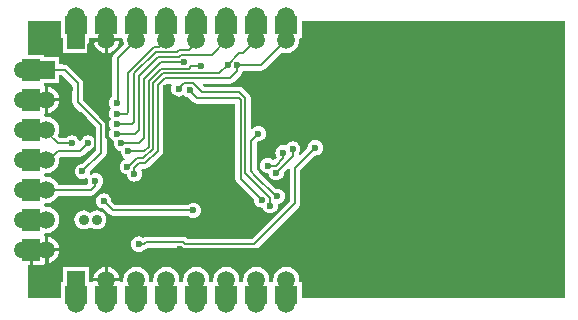
<source format=gbl>
G04*
G04 #@! TF.GenerationSoftware,Altium Limited,Altium Designer,18.1.6 (161)*
G04*
G04 Layer_Physical_Order=2*
G04 Layer_Color=16711680*
%FSLAX44Y44*%
%MOMM*%
G71*
G01*
G75*
%ADD11C,0.2000*%
%ADD15R,1.9000X1.5000*%
%ADD16R,1.5000X1.9000*%
%ADD57C,0.3000*%
%ADD60C,1.5000*%
%ADD61R,1.5000X1.5000*%
%ADD62R,1.5000X1.5000*%
%ADD63C,0.9000*%
%ADD64C,0.6000*%
%ADD65R,5.8652X5.9032*%
%ADD66R,1.9000X1.9000*%
G36*
X459412Y4588D02*
X236600D01*
Y18700D01*
X235460D01*
X234623Y19655D01*
X234695Y20200D01*
X234317Y23072D01*
X233209Y25747D01*
X231445Y28045D01*
X229147Y29808D01*
X226472Y30917D01*
X223600Y31295D01*
X220728Y30917D01*
X218053Y29808D01*
X215755Y28045D01*
X213992Y25747D01*
X212883Y23072D01*
X212505Y20200D01*
X212577Y19655D01*
X211740Y18700D01*
X210061D01*
X209223Y19655D01*
X209295Y20200D01*
X208917Y23072D01*
X207808Y25747D01*
X206045Y28045D01*
X203748Y29808D01*
X201072Y30917D01*
X198200Y31295D01*
X195328Y30917D01*
X192652Y29808D01*
X190355Y28045D01*
X188591Y25747D01*
X187483Y23072D01*
X187105Y20200D01*
X187177Y19655D01*
X186339Y18700D01*
X184660D01*
X183823Y19655D01*
X183895Y20200D01*
X183517Y23072D01*
X182409Y25747D01*
X180645Y28045D01*
X178347Y29808D01*
X175672Y30917D01*
X172800Y31295D01*
X169928Y30917D01*
X167253Y29808D01*
X164955Y28045D01*
X163192Y25747D01*
X162083Y23072D01*
X161705Y20200D01*
X161777Y19655D01*
X160940Y18700D01*
X159261D01*
X158423Y19655D01*
X158495Y20200D01*
X158117Y23072D01*
X157008Y25747D01*
X155245Y28045D01*
X152948Y29808D01*
X150272Y30917D01*
X147400Y31295D01*
X144528Y30917D01*
X141853Y29808D01*
X139555Y28045D01*
X137792Y25747D01*
X136683Y23072D01*
X136305Y20200D01*
X136377Y19655D01*
X135540Y18700D01*
X133861D01*
X133023Y19655D01*
X133095Y20200D01*
X132717Y23072D01*
X131608Y25747D01*
X129845Y28045D01*
X127548Y29808D01*
X124872Y30917D01*
X122000Y31295D01*
X119128Y30917D01*
X116453Y29808D01*
X114155Y28045D01*
X112392Y25747D01*
X111283Y23072D01*
X110905Y20200D01*
X110977Y19655D01*
X110140Y18700D01*
X108461D01*
X107623Y19655D01*
X107695Y20200D01*
X107317Y23072D01*
X106208Y25747D01*
X104445Y28045D01*
X102148Y29808D01*
X99472Y30917D01*
X96600Y31295D01*
X93728Y30917D01*
X91053Y29808D01*
X88755Y28045D01*
X86992Y25747D01*
X85883Y23072D01*
X85505Y20200D01*
X85577Y19655D01*
X84740Y18700D01*
X83061D01*
X82841Y18950D01*
X59559D01*
X59339Y18700D01*
X56800D01*
Y31200D01*
X34800D01*
Y18700D01*
X32800D01*
Y4588D01*
X4588D01*
Y32600D01*
X6650D01*
Y45600D01*
X9150D01*
Y32600D01*
X18900D01*
Y33740D01*
X19150Y33959D01*
Y45600D01*
Y57241D01*
X18900Y57460D01*
Y59139D01*
X19855Y59977D01*
X20400Y59905D01*
X23272Y60283D01*
X25947Y61392D01*
X28245Y63155D01*
X30008Y65452D01*
X31117Y68128D01*
X31495Y71000D01*
X31117Y73872D01*
X30008Y76547D01*
X28245Y78845D01*
X25947Y80609D01*
X23272Y81717D01*
X20400Y82095D01*
X19855Y82023D01*
X18900Y82860D01*
Y84539D01*
X19855Y85377D01*
X20400Y85305D01*
X23272Y85683D01*
X25947Y86791D01*
X28245Y88555D01*
X30008Y90852D01*
X30240Y91412D01*
X58000D01*
X59756Y91761D01*
X61244Y92756D01*
X65244Y96756D01*
X66239Y98244D01*
X66430Y99206D01*
X66636Y99364D01*
X67678Y100722D01*
X68333Y102303D01*
X68556Y104000D01*
X68333Y105697D01*
X67678Y107278D01*
X66636Y108636D01*
X65278Y109678D01*
X63697Y110333D01*
X62000Y110556D01*
X60303Y110333D01*
X58722Y109678D01*
X58321Y109370D01*
X57278Y110170D01*
X57333Y110303D01*
X57556Y112000D01*
X57548Y112060D01*
X70244Y124756D01*
X71239Y126244D01*
X71588Y128000D01*
Y151000D01*
X71239Y152756D01*
X70244Y154244D01*
X51588Y172901D01*
Y187000D01*
X51239Y188756D01*
X50244Y190244D01*
X39244Y201244D01*
X37756Y202239D01*
X36000Y202588D01*
X31400D01*
Y209000D01*
X18900D01*
Y211000D01*
X4588D01*
Y239412D01*
X32800D01*
Y224900D01*
X34800D01*
Y212400D01*
X56800D01*
Y224900D01*
X59339D01*
X59559Y224650D01*
X82841D01*
X83061Y224900D01*
X84740D01*
X85577Y223945D01*
X85505Y223400D01*
X85883Y220528D01*
X86280Y219569D01*
X77756Y211044D01*
X76761Y209556D01*
X76412Y207800D01*
Y175439D01*
X75364Y174635D01*
X74322Y173278D01*
X73667Y171696D01*
X73444Y170000D01*
X73667Y168303D01*
X74322Y166722D01*
X75260Y165500D01*
X74322Y164278D01*
X73667Y162697D01*
X73444Y161000D01*
X73667Y159303D01*
X74322Y157722D01*
X75260Y156500D01*
X74322Y155278D01*
X73667Y153696D01*
X73444Y152000D01*
X73667Y150303D01*
X74322Y148722D01*
X74975Y147871D01*
X74322Y147021D01*
X73667Y145440D01*
X73444Y143743D01*
X73667Y142046D01*
X74322Y140465D01*
X75364Y139107D01*
X76722Y138065D01*
X77664Y137675D01*
X77444Y136000D01*
X77667Y134303D01*
X78322Y132722D01*
X79364Y131364D01*
X80722Y130322D01*
X82303Y129667D01*
X83511Y129508D01*
X83444Y129000D01*
X83667Y127303D01*
X84322Y125722D01*
X85364Y124364D01*
X86600Y123416D01*
X86661Y122864D01*
X86548Y122020D01*
X85722Y121678D01*
X84364Y120636D01*
X83322Y119278D01*
X82668Y117697D01*
X82444Y116000D01*
X82668Y114303D01*
X83322Y112722D01*
X84364Y111364D01*
X85722Y110322D01*
X87303Y109667D01*
X88509Y109509D01*
X88667Y108303D01*
X89322Y106722D01*
X90364Y105364D01*
X91722Y104322D01*
X93303Y103667D01*
X95000Y103444D01*
X96697Y103667D01*
X98278Y104322D01*
X99636Y105364D01*
X100678Y106722D01*
X101333Y108303D01*
X101556Y110000D01*
X101333Y111697D01*
X100700Y113225D01*
X100808Y113480D01*
X101409Y114412D01*
X104314D01*
X106069Y114761D01*
X107558Y115756D01*
X118244Y126442D01*
X119239Y127930D01*
X119588Y129686D01*
Y183099D01*
X122900Y186412D01*
X126278D01*
X126412Y186140D01*
X126781Y185142D01*
X126182Y183697D01*
X125959Y182000D01*
X126182Y180303D01*
X126837Y178722D01*
X127879Y177364D01*
X129237Y176322D01*
X130818Y175667D01*
X132515Y175444D01*
X134212Y175667D01*
X135793Y176322D01*
X136802Y177097D01*
X137364Y176364D01*
X138722Y175322D01*
X140303Y174667D01*
X140926Y174585D01*
X144834Y170677D01*
X146323Y169683D01*
X148078Y169333D01*
X180412D01*
Y106000D01*
X180761Y104244D01*
X181756Y102756D01*
X196452Y88060D01*
X196444Y88000D01*
X196667Y86303D01*
X197322Y84722D01*
X198364Y83364D01*
X199722Y82322D01*
X201303Y81667D01*
X203000Y81444D01*
X203638Y81528D01*
X203667Y81303D01*
X204322Y79722D01*
X205364Y78364D01*
X206722Y77322D01*
X208303Y76667D01*
X210000Y76444D01*
X211697Y76667D01*
X213278Y77322D01*
X214636Y78364D01*
X215678Y79722D01*
X216333Y81303D01*
X216556Y83000D01*
X216360Y84491D01*
X217697Y84667D01*
X219278Y85322D01*
X220636Y86364D01*
X221678Y87722D01*
X222333Y89303D01*
X222556Y91000D01*
X222333Y92697D01*
X221678Y94278D01*
X220636Y95636D01*
X219278Y96678D01*
X217697Y97333D01*
X216000Y97556D01*
X215057Y97432D01*
X200759Y111729D01*
X200759Y111730D01*
X198588Y113900D01*
Y136100D01*
X199940Y137452D01*
X200000Y137444D01*
X201697Y137667D01*
X203278Y138322D01*
X204636Y139364D01*
X205678Y140722D01*
X206333Y142303D01*
X206556Y144000D01*
X206333Y145697D01*
X205678Y147278D01*
X204636Y148636D01*
X203278Y149678D01*
X201697Y150333D01*
X200000Y150556D01*
X198303Y150333D01*
X196722Y149678D01*
X195364Y148636D01*
X194858Y147976D01*
X193588Y148407D01*
Y174000D01*
X193239Y175756D01*
X192244Y177244D01*
X187244Y182244D01*
X185756Y183239D01*
X184000Y183588D01*
X154386D01*
X152735Y185238D01*
X153221Y186412D01*
X176000D01*
X177756Y186761D01*
X179244Y187756D01*
X185244Y193756D01*
X186239Y195244D01*
X186588Y197000D01*
Y197328D01*
X186636Y197364D01*
X186672Y197412D01*
X202200D01*
X203956Y197761D01*
X205444Y198756D01*
X219769Y213081D01*
X220728Y212683D01*
X223600Y212305D01*
X226472Y212683D01*
X229147Y213792D01*
X231445Y215555D01*
X233209Y217852D01*
X234317Y220528D01*
X234695Y223400D01*
X234623Y223945D01*
X235460Y224900D01*
X236600D01*
Y239412D01*
X459412D01*
Y4588D01*
D02*
G37*
G36*
X42412Y185100D02*
Y171000D01*
X42761Y169244D01*
X43756Y167756D01*
X62412Y149100D01*
Y140407D01*
X61142Y139976D01*
X60636Y140636D01*
X59278Y141678D01*
X57697Y142333D01*
X56000Y142556D01*
X54303Y142333D01*
X52722Y141678D01*
X51364Y140636D01*
X50322Y139278D01*
X49667Y137697D01*
X49640Y137493D01*
X48359D01*
X48333Y137697D01*
X47678Y139278D01*
X46636Y140636D01*
X45278Y141678D01*
X43697Y142333D01*
X42000Y142556D01*
X40303Y142333D01*
X38722Y141678D01*
X37364Y140636D01*
X37328Y140588D01*
X31900D01*
X30251Y142238D01*
X31117Y144328D01*
X31495Y147200D01*
X31117Y150072D01*
X30008Y152747D01*
X28245Y155045D01*
X25947Y156809D01*
X23272Y157917D01*
X20400Y158295D01*
X19855Y158223D01*
X18900Y159060D01*
Y160739D01*
X19150Y160959D01*
Y172600D01*
Y184241D01*
X18900Y184461D01*
Y187000D01*
X31400D01*
Y193412D01*
X34100D01*
X42412Y185100D01*
D02*
G37*
G36*
X62412Y131593D02*
Y129901D01*
X51060Y118548D01*
X51000Y118556D01*
X49303Y118333D01*
X47722Y117678D01*
X46364Y116636D01*
X45322Y115278D01*
X44667Y113697D01*
X44444Y112000D01*
X44667Y110303D01*
X45322Y108722D01*
X46364Y107364D01*
X47722Y106322D01*
X49303Y105667D01*
X51000Y105444D01*
X52697Y105667D01*
X54278Y106322D01*
X54679Y106630D01*
X55722Y105830D01*
X55667Y105697D01*
X55444Y104000D01*
X55667Y102303D01*
X55852Y101858D01*
X55003Y100588D01*
X30571D01*
X30008Y101947D01*
X28245Y104245D01*
X25947Y106009D01*
X23272Y107117D01*
X20400Y107495D01*
X19855Y107423D01*
X18900Y108260D01*
Y109939D01*
X19855Y110777D01*
X20400Y110705D01*
X23272Y111083D01*
X25947Y112191D01*
X28245Y113955D01*
X30008Y116252D01*
X31117Y118928D01*
X31495Y121800D01*
X31285Y123397D01*
X32211Y124412D01*
X49000D01*
X50756Y124761D01*
X52244Y125756D01*
X55940Y129452D01*
X56000Y129444D01*
X57697Y129667D01*
X59278Y130322D01*
X60636Y131364D01*
X61142Y132024D01*
X62412Y131593D01*
D02*
G37*
%LPC*%
G36*
X82130Y222150D02*
X72450D01*
Y212470D01*
X74072Y212683D01*
X76747Y213792D01*
X79045Y215555D01*
X80808Y217852D01*
X81917Y220528D01*
X82130Y222150D01*
D02*
G37*
G36*
X69950D02*
X60270D01*
X60483Y220528D01*
X61592Y217852D01*
X63355Y215555D01*
X65652Y213792D01*
X68328Y212683D01*
X69950Y212470D01*
Y222150D01*
D02*
G37*
G36*
X248000Y138556D02*
X246303Y138333D01*
X244722Y137678D01*
X243364Y136636D01*
X242322Y135278D01*
X241667Y133697D01*
X241444Y132000D01*
X241452Y131940D01*
X235645Y126133D01*
X234250Y126535D01*
X234139Y127020D01*
X234678Y127722D01*
X235333Y129303D01*
X235556Y131000D01*
X235333Y132697D01*
X234678Y134278D01*
X233636Y135636D01*
X232278Y136678D01*
X230697Y137333D01*
X229000Y137556D01*
X227303Y137333D01*
X225722Y136678D01*
X224364Y135636D01*
X223322Y134278D01*
X223250Y134103D01*
X222697Y134333D01*
X221000Y134556D01*
X219303Y134333D01*
X217722Y133678D01*
X216364Y132636D01*
X215322Y131278D01*
X214667Y129697D01*
X214444Y128000D01*
X214667Y126303D01*
X215322Y124722D01*
X215718Y124206D01*
X213721Y122209D01*
X212636Y121636D01*
X211278Y122678D01*
X209697Y123333D01*
X208000Y123556D01*
X206303Y123333D01*
X204722Y122678D01*
X203364Y121636D01*
X202322Y120278D01*
X201667Y118697D01*
X201444Y117000D01*
X201667Y115303D01*
X202322Y113722D01*
X203364Y112364D01*
X204722Y111322D01*
X206303Y110667D01*
X208000Y110444D01*
X208508Y110511D01*
X208667Y109303D01*
X209322Y107722D01*
X210364Y106364D01*
X211722Y105322D01*
X213303Y104667D01*
X215000Y104444D01*
X216697Y104667D01*
X218278Y105322D01*
X219636Y106364D01*
X220678Y107722D01*
X221333Y109303D01*
X221556Y111000D01*
X221548Y111060D01*
X225142Y114653D01*
X226412Y114127D01*
Y86901D01*
X194599Y55088D01*
X139886D01*
X139730Y55244D01*
X138241Y56239D01*
X136485Y56588D01*
X105000D01*
X103244Y56239D01*
X102418Y55687D01*
X101778Y56178D01*
X100197Y56833D01*
X98500Y57056D01*
X96803Y56833D01*
X95222Y56178D01*
X93864Y55136D01*
X92822Y53778D01*
X92167Y52197D01*
X91944Y50500D01*
X92167Y48803D01*
X92822Y47222D01*
X93864Y45864D01*
X95222Y44822D01*
X96803Y44167D01*
X98500Y43944D01*
X100197Y44167D01*
X101778Y44822D01*
X103136Y45864D01*
X103172Y45912D01*
X103500D01*
X105256Y46261D01*
X106744Y47256D01*
X106901Y47412D01*
X134585D01*
X134741Y47256D01*
X136229Y46261D01*
X137985Y45912D01*
X196500D01*
X198256Y46261D01*
X199744Y47256D01*
X234244Y81756D01*
X235239Y83244D01*
X235588Y85000D01*
Y113099D01*
X247940Y125452D01*
X248000Y125444D01*
X249697Y125667D01*
X251278Y126322D01*
X252636Y127364D01*
X253678Y128722D01*
X254333Y130303D01*
X254556Y132000D01*
X254333Y133697D01*
X253678Y135278D01*
X252636Y136636D01*
X251278Y137678D01*
X249697Y138333D01*
X248000Y138556D01*
D02*
G37*
G36*
X63250Y79069D02*
X61161Y78794D01*
X59215Y77988D01*
X57750Y76863D01*
X56284Y77988D01*
X54338Y78794D01*
X52250Y79069D01*
X50161Y78794D01*
X48215Y77988D01*
X46544Y76706D01*
X45262Y75034D01*
X44456Y73088D01*
X44181Y71000D01*
X44456Y68912D01*
X45262Y66965D01*
X46544Y65294D01*
X48215Y64012D01*
X50161Y63206D01*
X52250Y62931D01*
X54338Y63206D01*
X56284Y64012D01*
X57750Y65137D01*
X59215Y64012D01*
X61161Y63206D01*
X63250Y62931D01*
X65338Y63206D01*
X67284Y64012D01*
X68956Y65294D01*
X70238Y66965D01*
X71044Y68912D01*
X71319Y71000D01*
X71044Y73088D01*
X70238Y75034D01*
X68956Y76706D01*
X67284Y77988D01*
X65338Y78794D01*
X63250Y79069D01*
D02*
G37*
G36*
X69000Y93556D02*
X67303Y93333D01*
X65722Y92678D01*
X64364Y91636D01*
X63322Y90278D01*
X62667Y88697D01*
X62444Y87000D01*
X62667Y85303D01*
X63322Y83722D01*
X64364Y82364D01*
X65722Y81322D01*
X67303Y80667D01*
X69000Y80444D01*
X69060Y80452D01*
X73756Y75756D01*
X75244Y74761D01*
X77000Y74412D01*
X140328D01*
X140364Y74364D01*
X141722Y73322D01*
X143303Y72667D01*
X145000Y72444D01*
X146697Y72667D01*
X148278Y73322D01*
X149636Y74364D01*
X150678Y75722D01*
X151333Y77303D01*
X151556Y79000D01*
X151333Y80697D01*
X150678Y82278D01*
X149636Y83636D01*
X148278Y84678D01*
X146697Y85333D01*
X145000Y85556D01*
X143303Y85333D01*
X141722Y84678D01*
X140364Y83636D01*
X140328Y83588D01*
X78900D01*
X75548Y86940D01*
X75556Y87000D01*
X75333Y88697D01*
X74678Y90278D01*
X73636Y91636D01*
X72278Y92678D01*
X70697Y93333D01*
X69000Y93556D01*
D02*
G37*
G36*
X21650Y56530D02*
Y46850D01*
X31330D01*
X31117Y48472D01*
X30008Y51147D01*
X28245Y53445D01*
X25947Y55209D01*
X23272Y56317D01*
X21650Y56530D01*
D02*
G37*
G36*
X31330Y44350D02*
X21650D01*
Y34670D01*
X23272Y34883D01*
X25947Y35991D01*
X28245Y37755D01*
X30008Y40052D01*
X31117Y42728D01*
X31330Y44350D01*
D02*
G37*
G36*
X72450Y31130D02*
Y21450D01*
X82130D01*
X81917Y23072D01*
X80808Y25747D01*
X79045Y28045D01*
X76747Y29808D01*
X74072Y30917D01*
X72450Y31130D01*
D02*
G37*
G36*
X69950D02*
X68328Y30917D01*
X65652Y29808D01*
X63355Y28045D01*
X61592Y25747D01*
X60483Y23072D01*
X60270Y21450D01*
X69950D01*
Y31130D01*
D02*
G37*
G36*
X21650Y183530D02*
Y173850D01*
X31330D01*
X31117Y175472D01*
X30008Y178148D01*
X28245Y180445D01*
X25947Y182208D01*
X23272Y183317D01*
X21650Y183530D01*
D02*
G37*
G36*
X31330Y171350D02*
X21650D01*
Y161670D01*
X23272Y161883D01*
X25947Y162992D01*
X28245Y164755D01*
X30008Y167052D01*
X31117Y169728D01*
X31330Y171350D01*
D02*
G37*
%LPD*%
D11*
X115000Y129686D02*
Y185000D01*
X104314Y119000D02*
X115000Y129686D01*
X99000Y119000D02*
X104314D01*
X95000Y115000D02*
X99000Y119000D01*
X95000Y110000D02*
Y115000D01*
X111000Y131343D02*
Y186657D01*
X102657Y123000D02*
X111000Y131343D01*
X97000Y123000D02*
X102657D01*
X90000Y116000D02*
X97000Y123000D01*
X89000Y116000D02*
X90000D01*
X198000Y144000D02*
X199000Y143000D01*
X194000Y138000D02*
X199000Y143000D01*
X194000Y112000D02*
Y138000D01*
X304000Y168000D02*
X322000D01*
X231000Y142000D02*
X237000Y148000D01*
X281000Y90500D02*
Y119000D01*
X224000Y189000D02*
X237000Y176000D01*
X154000Y74000D02*
Y111000D01*
X124000Y96000D02*
Y110000D01*
X84000Y92000D02*
X120000D01*
X154000Y65000D02*
Y74000D01*
X69000Y87000D02*
X77000Y79000D01*
X145000D01*
X221000Y123000D02*
Y128000D01*
X215000Y117000D02*
X221000Y123000D01*
X208000Y117000D02*
X215000D01*
Y111000D02*
X229000Y125000D01*
Y131000D01*
X231000Y115000D02*
X248000Y132000D01*
X231000Y85000D02*
Y115000D01*
X196500Y50500D02*
X231000Y85000D01*
X197515Y108485D02*
X215000Y91000D01*
X216000D01*
X210000Y83000D02*
Y89485D01*
X189000Y110485D02*
X210000Y89485D01*
X143000Y201000D02*
X151000D01*
X141000Y199000D02*
X143000Y201000D01*
X117686Y199000D02*
X141000D01*
X119343Y195000D02*
X167000D01*
X121000Y191000D02*
X176000D01*
X144485Y187000D02*
X152485Y179000D01*
X137000Y187000D02*
X144485D01*
X107000Y188314D02*
X117686Y199000D01*
X167000Y195000D02*
X174000Y202000D01*
X111000Y186657D02*
X119343Y195000D01*
X182000Y197000D02*
Y202000D01*
X176000Y191000D02*
X182000Y197000D01*
X184000Y179000D02*
X189000Y174000D01*
X152485Y179000D02*
X184000D01*
X148078Y173922D02*
X183422D01*
X142000Y180000D02*
X148078Y173922D01*
X142000Y180000D02*
Y181000D01*
X132515Y182000D02*
Y182515D01*
X137000Y187000D01*
X142000Y181000D02*
X143000Y182000D01*
X183422Y173922D02*
X185000Y172343D01*
X103000Y189970D02*
X117929Y204900D01*
X134515Y211000D02*
X160400D01*
X99000Y193000D02*
X114900Y208900D01*
X132858Y215000D02*
X141000D01*
X95000Y195000D02*
X112900Y212900D01*
X90000Y195657D02*
X111343Y217000D01*
X132415Y208900D02*
X134515Y211000D01*
X114900Y208900D02*
X132415D01*
X112900Y212900D02*
X130758D01*
X111343Y217000D02*
X115600D01*
X130758Y212900D02*
X132858Y215000D01*
X117929Y204900D02*
X136900D01*
X137000Y205000D01*
X115600Y217000D02*
X122000Y223400D01*
X115000Y185000D02*
X121000Y191000D01*
X105000Y52000D02*
X136485D01*
X103500Y50500D02*
X105000Y52000D01*
X98500Y50500D02*
X103500D01*
X20400Y172600D02*
X34000D01*
Y164850D02*
Y172600D01*
X30702Y161552D02*
X34000Y164850D01*
X62000Y132850D02*
Y149000D01*
X49448Y161552D02*
X62000Y149000D01*
X30702Y161552D02*
X49448D01*
X50702Y121552D02*
X62000Y132850D01*
X47000Y171000D02*
X67000Y151000D01*
Y128000D02*
Y151000D01*
X51000Y112000D02*
X67000Y128000D01*
X47000Y171000D02*
Y187000D01*
X298000Y174000D02*
X304000Y168000D01*
X293000Y174000D02*
X298000D01*
X411000Y73000D02*
X425000Y87000D01*
X325000Y73000D02*
X411000D01*
X321000Y77000D02*
X325000Y73000D01*
X297750Y77000D02*
Y77250D01*
Y64000D02*
Y77000D01*
X321000D01*
X297000Y78000D02*
X297750Y77250D01*
X259000Y78000D02*
X297000D01*
X425000Y87000D02*
Y95000D01*
X401000Y139000D02*
X406000Y144000D01*
X425000D01*
X440000D01*
X425000Y95000D02*
X440000D01*
X375000Y105000D02*
Y113000D01*
X349000Y139000D02*
X375000Y113000D01*
X322000Y166000D02*
X349000Y139000D01*
X322000Y166000D02*
Y168000D01*
X322000Y168000D02*
X322000Y168000D01*
X237000Y151000D02*
Y176000D01*
Y148000D02*
Y151000D01*
X240000Y154000D01*
X259000D01*
X269000Y144000D02*
X272500Y140500D01*
Y119500D02*
Y140500D01*
X281000Y90500D02*
X294000D01*
X271500D02*
X281000D01*
Y119000D02*
X281500Y119500D01*
X259000Y78000D02*
X271500Y90500D01*
X291750Y58000D02*
X297750Y64000D01*
X218000Y58000D02*
X291750D01*
X206000Y46000D02*
X218000Y58000D01*
X134000Y46000D02*
X206000D01*
X192598Y57598D02*
X193000Y58000D01*
X167598Y57598D02*
X192598D01*
X84000Y92000D02*
Y96000D01*
Y88000D02*
Y92000D01*
X120000D02*
X124000Y96000D01*
X80000Y100000D02*
X84000Y96000D01*
X80000Y100000D02*
Y106000D01*
X154000Y111000D02*
X156000Y113000D01*
X149000Y60000D02*
X154000Y65000D01*
X151402Y57598D02*
X167598D01*
X149000Y60000D02*
X151402Y57598D01*
X140000Y69000D02*
X149000Y60000D01*
X85000Y69000D02*
X140000D01*
X127000Y39000D02*
X134000Y46000D01*
X83000Y39000D02*
X127000D01*
X73000Y49000D02*
X83000Y39000D01*
X73000Y49000D02*
X81000Y57000D01*
X42000Y49000D02*
X73000D01*
X20400Y45600D02*
X38600D01*
X42000Y49000D01*
X20400Y45600D02*
X22000Y44000D01*
Y30000D02*
Y44000D01*
X16000Y24000D02*
X22000Y30000D01*
X137985Y50500D02*
X196500D01*
X136485Y52000D02*
X137985Y50500D01*
X36000Y198000D02*
X47000Y187000D01*
X20400Y198000D02*
X36000D01*
X303000Y167000D02*
X304000Y168000D01*
X303000Y130000D02*
Y167000D01*
X292500Y119500D02*
X303000Y130000D01*
X281500Y119500D02*
X292500D01*
X182000Y202000D02*
X202200D01*
X223600Y223400D01*
X174000Y202000D02*
Y202485D01*
X183515Y212000D01*
X186800D01*
X198200Y223400D01*
X141000Y215000D02*
X147400Y221400D01*
X103000Y140000D02*
Y189970D01*
X107000Y133000D02*
Y188314D01*
X99000Y147000D02*
Y193000D01*
X95000Y154000D02*
Y195000D01*
X90000Y162000D02*
Y195657D01*
X160400Y211000D02*
X172800Y223400D01*
X147400Y221400D02*
Y223400D01*
X81000Y207800D02*
X96600Y223400D01*
X81000Y171000D02*
Y207800D01*
X197515Y108485D02*
Y108485D01*
X58000Y96000D02*
X62000Y100000D01*
X194000Y112000D02*
X197515Y108485D01*
X189000Y110485D02*
Y174000D01*
X185000Y106000D02*
X203000Y88000D01*
X21650Y96000D02*
X58000D01*
X20400Y121800D02*
X22800D01*
X30000Y129000D01*
X49000D01*
X56000Y136000D01*
X20400Y145600D02*
Y147200D01*
Y145600D02*
X30000Y136000D01*
X185000Y106000D02*
Y172343D01*
X172800Y221800D02*
Y223400D01*
X80000Y161000D02*
X89000D01*
X80000Y152000D02*
X93000D01*
X99000Y136000D02*
X103000Y140000D01*
X93000Y152000D02*
X95000Y154000D01*
X89000Y161000D02*
X90000Y162000D01*
X80000Y170000D02*
X81000Y171000D01*
X103000Y129000D02*
X107000Y133000D01*
X95743Y143743D02*
X99000Y147000D01*
X80000Y143743D02*
X95743D01*
X90000Y129000D02*
X103000D01*
X84000Y136000D02*
X99000D01*
X30000D02*
X42000D01*
X62000Y100000D02*
Y104000D01*
D15*
X45800Y235900D02*
D03*
X71200D02*
D03*
X96600D02*
D03*
X122000D02*
D03*
X147400D02*
D03*
X172800D02*
D03*
X198200D02*
D03*
X223600D02*
D03*
Y7700D02*
D03*
X198200D02*
D03*
X172800D02*
D03*
X147400D02*
D03*
X122000D02*
D03*
X96600D02*
D03*
X71200D02*
D03*
X45800D02*
D03*
D16*
X7900Y198000D02*
D03*
Y172600D02*
D03*
Y147200D02*
D03*
Y121800D02*
D03*
Y96400D02*
D03*
Y71000D02*
D03*
Y45600D02*
D03*
D57*
X66500Y157864D02*
Y175500D01*
X71500Y141550D02*
X75000Y138050D01*
X71500Y141550D02*
Y152864D01*
X66500Y157864D02*
X71500Y152864D01*
X37000Y205000D02*
X66500Y175500D01*
X75000Y111000D02*
X80000Y106000D01*
X75000Y111000D02*
Y138050D01*
X61400Y223400D02*
X71200D01*
X50000Y205000D02*
X56800Y211800D01*
Y218800D01*
X61400Y223400D01*
X37000Y205000D02*
X50000D01*
D60*
X45800Y243400D02*
D03*
X223600D02*
D03*
Y223400D02*
D03*
X198200Y243400D02*
D03*
Y223400D02*
D03*
X172800Y243400D02*
D03*
Y223400D02*
D03*
X147400Y243400D02*
D03*
Y223400D02*
D03*
X122000Y243400D02*
D03*
Y223400D02*
D03*
X96600Y243400D02*
D03*
Y223400D02*
D03*
X71200Y243400D02*
D03*
Y223400D02*
D03*
X400Y198000D02*
D03*
Y45600D02*
D03*
X20400D02*
D03*
X400Y71000D02*
D03*
X20400D02*
D03*
X400Y96400D02*
D03*
X20400D02*
D03*
X400Y121800D02*
D03*
X20400D02*
D03*
X400Y147200D02*
D03*
X20400D02*
D03*
X400Y172600D02*
D03*
X20400D02*
D03*
X71200Y20200D02*
D03*
Y200D02*
D03*
X96600Y20200D02*
D03*
Y200D02*
D03*
X122000Y20200D02*
D03*
Y200D02*
D03*
X147400Y20200D02*
D03*
Y200D02*
D03*
X172800Y20200D02*
D03*
Y200D02*
D03*
X198200Y20200D02*
D03*
Y200D02*
D03*
X223600Y20200D02*
D03*
Y200D02*
D03*
X45800D02*
D03*
D61*
Y223400D02*
D03*
Y20200D02*
D03*
D62*
X20400Y198000D02*
D03*
D63*
X63250Y71000D02*
D03*
X52250D02*
D03*
D64*
X154000Y74000D02*
D03*
X145000Y79000D02*
D03*
X200000Y144000D02*
D03*
X208000Y117000D02*
D03*
X215000Y111000D02*
D03*
X221000Y128000D02*
D03*
X229000Y131000D02*
D03*
X248000Y132000D02*
D03*
X216000Y91000D02*
D03*
X151000Y201000D02*
D03*
X132515Y182000D02*
D03*
X142000Y181000D02*
D03*
X122000Y183000D02*
D03*
X137000Y205000D02*
D03*
X172000Y152000D02*
D03*
Y141000D02*
D03*
Y130000D02*
D03*
Y119000D02*
D03*
Y108000D02*
D03*
X161000Y152000D02*
D03*
Y141000D02*
D03*
Y130000D02*
D03*
Y119000D02*
D03*
Y108000D02*
D03*
X150000Y152000D02*
D03*
Y141000D02*
D03*
Y130000D02*
D03*
Y119000D02*
D03*
Y108000D02*
D03*
X139000Y152000D02*
D03*
Y141000D02*
D03*
Y130000D02*
D03*
Y119000D02*
D03*
Y108000D02*
D03*
X128000Y152000D02*
D03*
Y141000D02*
D03*
Y130000D02*
D03*
Y119000D02*
D03*
Y108000D02*
D03*
X68000Y167000D02*
D03*
X198000Y173000D02*
D03*
X190000Y83000D02*
D03*
X84000Y88000D02*
D03*
X16000Y24000D02*
D03*
X134000Y46000D02*
D03*
X149000Y60000D02*
D03*
X440000Y144000D02*
D03*
X425000D02*
D03*
X440000Y95000D02*
D03*
X425000D02*
D03*
X297750Y64000D02*
D03*
X259000Y78000D02*
D03*
X294000Y90500D02*
D03*
X321000Y77000D02*
D03*
X401000Y139000D02*
D03*
X375000Y105000D02*
D03*
X349000Y139000D02*
D03*
X259000Y154000D02*
D03*
X233000Y142000D02*
D03*
X237000Y151000D02*
D03*
X226000Y189000D02*
D03*
X80000Y106000D02*
D03*
X84000Y96000D02*
D03*
X85000Y69000D02*
D03*
X218000Y58000D02*
D03*
X193000D02*
D03*
X51000Y112000D02*
D03*
X69000Y87000D02*
D03*
X167598Y57598D02*
D03*
X322000Y168000D02*
D03*
X313000D02*
D03*
X304000Y168000D02*
D03*
X293000Y174000D02*
D03*
X269000Y144000D02*
D03*
X174000Y202000D02*
D03*
X440702Y221552D02*
D03*
X450702Y201552D02*
D03*
X440702Y181552D02*
D03*
X450702Y161552D02*
D03*
Y121552D02*
D03*
Y81552D02*
D03*
X440702Y61552D02*
D03*
X450702Y41552D02*
D03*
X440702Y21552D02*
D03*
X420702Y221552D02*
D03*
X430702Y201552D02*
D03*
X420702Y181552D02*
D03*
X430702Y161552D02*
D03*
Y81552D02*
D03*
X420702Y61552D02*
D03*
X430702Y41552D02*
D03*
X420702Y21552D02*
D03*
X400702Y221552D02*
D03*
X410702Y201552D02*
D03*
X400702Y181552D02*
D03*
X410702Y161552D02*
D03*
X400702Y101552D02*
D03*
X410702Y81552D02*
D03*
X400702Y61552D02*
D03*
X410702Y41552D02*
D03*
X400702Y21552D02*
D03*
X380702Y221552D02*
D03*
X390702Y201552D02*
D03*
X380702Y181552D02*
D03*
X390702Y161552D02*
D03*
X380702Y141552D02*
D03*
X390702Y81552D02*
D03*
X380702Y61552D02*
D03*
X390702Y41552D02*
D03*
X380702Y21552D02*
D03*
X360702Y221552D02*
D03*
X370702Y201552D02*
D03*
X360702Y181552D02*
D03*
X370702Y161552D02*
D03*
X360702Y141552D02*
D03*
Y101552D02*
D03*
X370702Y81552D02*
D03*
X360702Y61552D02*
D03*
X370702Y41552D02*
D03*
X360702Y21552D02*
D03*
X340702Y221552D02*
D03*
X350702Y201552D02*
D03*
X340702Y181552D02*
D03*
X350702Y161552D02*
D03*
X340702Y141552D02*
D03*
Y101552D02*
D03*
X350702Y81552D02*
D03*
X340702Y61552D02*
D03*
X350702Y41552D02*
D03*
X340702Y21552D02*
D03*
X320702Y221552D02*
D03*
X330702Y201552D02*
D03*
X320702Y181552D02*
D03*
X330702Y81552D02*
D03*
X320702Y61552D02*
D03*
X330702Y41552D02*
D03*
X320702Y21552D02*
D03*
X300702Y221552D02*
D03*
X310702Y201552D02*
D03*
X300702Y181552D02*
D03*
X310702Y41552D02*
D03*
X300702Y21552D02*
D03*
X280702Y221552D02*
D03*
X290702Y41552D02*
D03*
X280702Y21552D02*
D03*
X260702Y221552D02*
D03*
Y141552D02*
D03*
X270702Y41552D02*
D03*
X260702Y21552D02*
D03*
X240702Y221552D02*
D03*
Y141552D02*
D03*
X230702Y201552D02*
D03*
X40702Y181552D02*
D03*
X50702Y121552D02*
D03*
X20702Y221552D02*
D03*
X30702Y161552D02*
D03*
X303000Y130000D02*
D03*
X98500Y50500D02*
D03*
X272500Y119500D02*
D03*
X281500D02*
D03*
X272500Y110500D02*
D03*
X281500D02*
D03*
X182000Y202000D02*
D03*
X203000Y88000D02*
D03*
X210000Y83000D02*
D03*
X95000Y110000D02*
D03*
X89000Y116000D02*
D03*
X56000Y136000D02*
D03*
X80000Y143743D02*
D03*
X80000Y152000D02*
D03*
X80000Y161000D02*
D03*
X80000Y170000D02*
D03*
X42000Y49000D02*
D03*
X81000Y57000D02*
D03*
X90000Y129000D02*
D03*
X84000Y136000D02*
D03*
X42000D02*
D03*
X37000Y205000D02*
D03*
X62000Y104000D02*
D03*
D65*
X149924Y129984D02*
D03*
D66*
X277000Y115500D02*
D03*
M02*

</source>
